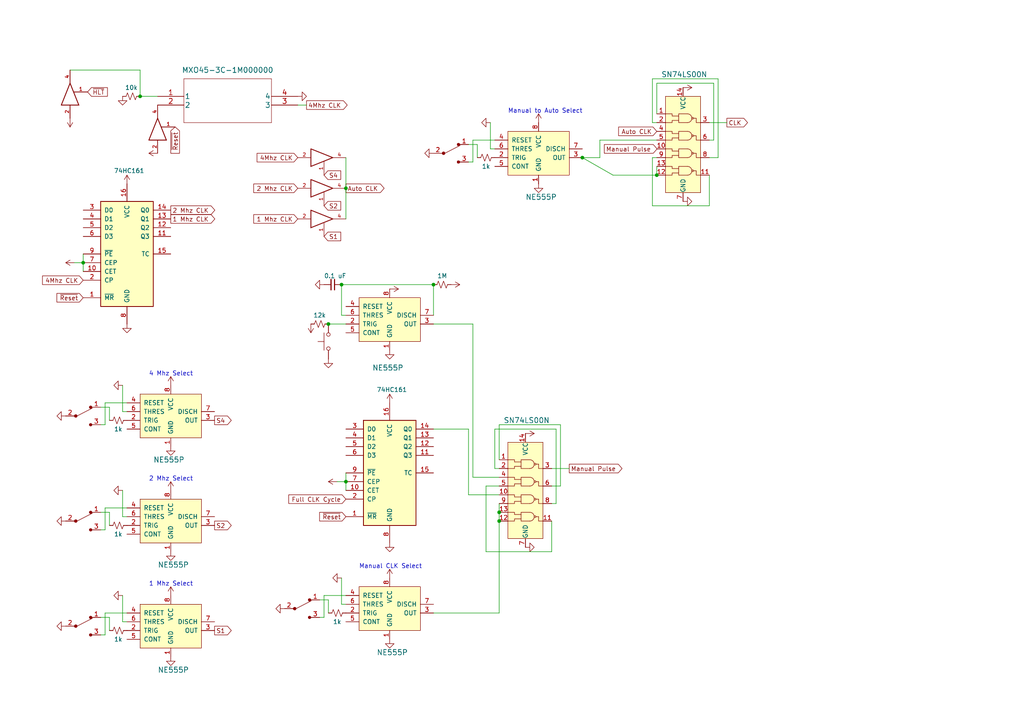
<source format=kicad_sch>
(kicad_sch (version 20211123) (generator eeschema)
  (paper "A4")
  (lib_symbols
    (symbol "74xGxx:74AHC1G126" (pin_names (offset 1.016))
      (property "Reference" "U" (at -2.54 3.81 0))
      (property "Value" "74AHC1G126" (at 0 -3.81 0))
      (symbol "74AHC1G126_0_1"
        (polyline (pts (xy -3.81 2.54) (xy -3.81 -2.54) (xy 2.54 0) (xy -3.81 2.54)) (stroke (width 0.254)))
      )
      (symbol "74AHC1G126_1_1"
        (pin input line (at 0 5.08 270) (length 3.937) (name "~") (number "1"))
        (pin input line (at -7.62 0 0) (length 3.81) (name "~") (number "2"))
        (pin power_in line (at 1.27 -1.27 270) (length 0) hide (name "GND") (number "3"))
        (pin tri_state line (at 6.35 0 180) (length 3.81) (name "~") (number "4"))
        (pin power_in line (at 1.27 1.27 90) (length 0) hide (name "VCC") (number "5"))
      )
    )
    (symbol "74xx:74LS161" (pin_names (offset 1.016))
      (property "Reference" "U" (at -7.62 16.51 0))
      (property "Value" "74LS161" (at -7.62 -16.51 0))
      (symbol "74LS161_1_0"
        (pin input line (at -12.7 -12.7 0) (length 5.08) (name "~{MR}") (number "1"))
        (pin input line (at -12.7 -5.08 0) (length 5.08) (name "CET") (number "10"))
        (pin output line (at 12.7 5.08 180) (length 5.08) (name "Q3") (number "11"))
        (pin output line (at 12.7 7.62 180) (length 5.08) (name "Q2") (number "12"))
        (pin output line (at 12.7 10.16 180) (length 5.08) (name "Q1") (number "13"))
        (pin output line (at 12.7 12.7 180) (length 5.08) (name "Q0") (number "14"))
        (pin output line (at 12.7 0 180) (length 5.08) (name "TC") (number "15"))
        (pin power_in line (at 0 20.32 270) (length 5.08) (name "VCC") (number "16"))
        (pin input line (at -12.7 -7.62 0) (length 5.08) (name "CP") (number "2"))
        (pin input line (at -12.7 12.7 0) (length 5.08) (name "D0") (number "3"))
        (pin input line (at -12.7 10.16 0) (length 5.08) (name "D1") (number "4"))
        (pin input line (at -12.7 7.62 0) (length 5.08) (name "D2") (number "5"))
        (pin input line (at -12.7 5.08 0) (length 5.08) (name "D3") (number "6"))
        (pin input line (at -12.7 -2.54 0) (length 5.08) (name "CEP") (number "7"))
        (pin power_in line (at 0 -20.32 90) (length 5.08) (name "GND") (number "8"))
        (pin input line (at -12.7 0 0) (length 5.08) (name "~{PE}") (number "9"))
      )
      (symbol "74LS161_1_1"
        (rectangle (start -7.62 15.24) (end 7.62 -15.24) (stroke (width 0.254)) (fill (type background)))
      )
    )
    (symbol "Device:C_Small" (pin_numbers hide) (pin_names (offset 0.254) hide)
      (property "Reference" "C" (at 0.254 1.778 0))
      (property "Value" "C_Small" (at 0.254 -2.032 0))
      (symbol "C_Small_0_1"
        (polyline (pts (xy -1.524 -0.508) (xy 1.524 -0.508)) (stroke (width 0.3302)))
        (polyline (pts (xy -1.524 0.508) (xy 1.524 0.508)) (stroke (width 0.3048)))
      )
      (symbol "C_Small_1_1"
        (pin passive line (at 0 2.54 270) (length 2.032) (name "~") (number "1"))
        (pin passive line (at 0 -2.54 90) (length 2.032) (name "~") (number "2"))
      )
    )
    (symbol "Device:R_Small_US" (pin_numbers hide) (pin_names (offset 0.254) hide)
      (property "Reference" "R" (at 0.762 0.508 0))
      (property "Value" "R_Small_US" (at 0.762 -1.016 0))
      (symbol "R_Small_US_1_1"
        (polyline (pts (xy 0 0) (xy 1.016 -0.381) (xy 0 -0.762) (xy -1.016 -1.143) (xy 0 -1.524)))
        (polyline (pts (xy 0 1.524) (xy 1.016 1.143) (xy 0 0.762) (xy -1.016 0.381) (xy 0 0)))
        (pin passive line (at 0 2.54 270) (length 1.016) (name "~") (number "1"))
        (pin passive line (at 0 -2.54 90) (length 1.016) (name "~") (number "2"))
      )
    )
    (symbol "MXO45-3C-4M000000:MXO45-3C-1M000000" (pin_names (offset 0.254))
      (property "Reference" "U" (at 20.32 10.16 0))
      (property "Value" "MXO45-3C-1M000000" (at 20.32 7.62 0))
      (symbol "MXO45-3C-1M000000_1_1"
        (polyline (pts (xy 7.62 -7.62) (xy 33.02 -7.62)) (stroke (width 0.127)))
        (polyline (pts (xy 7.62 5.08) (xy 7.62 -7.62)) (stroke (width 0.127)))
        (polyline (pts (xy 33.02 -7.62) (xy 33.02 5.08)) (stroke (width 0.127)))
        (polyline (pts (xy 33.02 5.08) (xy 7.62 5.08)) (stroke (width 0.127)))
        (pin unspecified line (at 0 0 0) (length 7.62) (name "1") (number "1"))
        (pin unspecified line (at 0 -2.54 0) (length 7.62) (name "2") (number "2"))
        (pin unspecified line (at 40.64 -2.54 180) (length 7.62) (name "3") (number "3"))
        (pin unspecified line (at 40.64 0 180) (length 7.62) (name "4") (number "4"))
      )
    )
    (symbol "Switch:SW_Push" (pin_numbers hide) (pin_names (offset 1.016) hide)
      (property "Reference" "SW" (at 1.27 2.54 0))
      (property "Value" "SW_Push" (at 0 -1.524 0))
      (symbol "SW_Push_0_1"
        (circle (center -2.032 0) (radius 0.508))
        (polyline (pts (xy 0 1.27) (xy 0 3.048)))
        (polyline (pts (xy 2.54 1.27) (xy -2.54 1.27)))
        (circle (center 2.032 0) (radius 0.508))
        (pin passive line (at -5.08 0 0) (length 2.54) (name "1") (number "1"))
        (pin passive line (at 5.08 0 180) (length 2.54) (name "2") (number "2"))
      )
    )
    (symbol "dk_Clock-Timing-Programmable-Timers-and-Oscillators:NE555P" (pin_names (offset 1.016))
      (property "Reference" "U" (at -8.89 6.35 0))
      (property "Value" "NE555P" (at 1.27 -8.89 0))
      (symbol "NE555P_0_1"
        (rectangle (start -8.89 5.08) (end 8.89 -7.62) (fill (type background)))
      )
      (symbol "NE555P_1_1"
        (pin power_in line (at 0 -10.16 90) (length 2.54) (name "GND") (number "1"))
        (pin input line (at -12.7 -2.54 0) (length 3.81) (name "TRIG") (number "2"))
        (pin output line (at 12.7 -2.54 180) (length 3.81) (name "OUT") (number "3"))
        (pin input line (at -12.7 2.54 0) (length 3.81) (name "RESET") (number "4"))
        (pin bidirectional line (at -12.7 -5.08 0) (length 3.81) (name "CONT") (number "5"))
        (pin input line (at -12.7 0 0) (length 3.81) (name "THRES") (number "6"))
        (pin output line (at 12.7 0 180) (length 3.81) (name "DISCH") (number "7"))
        (pin power_in line (at 0 7.62 270) (length 2.54) (name "VCC") (number "8"))
      )
    )
    (symbol "dk_Logic-Gates-and-Inverters:SN74LS00N" (pin_names (offset 0.0254))
      (property "Value" "SN74LS00N" (at -0.5206 11.43 0))
      (symbol "SN74LS00N_0_1"
        (rectangle (start -7.62 10.16) (end 2.54 -17.78) (fill (type background)))
        (arc (start -1.27 -12.7) (mid 0 -11.43) (end -1.27 -10.16))
        (arc (start -1.27 -7.62) (mid 0 -6.35) (end -1.27 -5.08))
        (arc (start -1.27 -2.54) (mid 0 -1.27) (end -1.27 0))
        (arc (start -1.27 2.54) (mid 0 3.81) (end -1.27 5.08))
        (polyline (pts (xy 0.508 -11.43) (xy 1.27 -11.43)))
        (polyline (pts (xy 0.508 3.81) (xy 1.27 3.81)))
        (polyline (pts (xy 1.27 -6.35) (xy 0.508 -6.35)))
        (polyline (pts (xy 1.27 -1.27) (xy 0.508 -1.27)))
        (polyline (pts (xy 1.27 -11.43) (xy 1.27 -12.7) (xy 2.54 -12.7)))
        (polyline (pts (xy 1.27 -6.35) (xy 1.27 -7.62) (xy 2.54 -7.62)))
        (polyline (pts (xy 1.27 -1.27) (xy 1.27 -2.54) (xy 2.54 -2.54)))
        (polyline (pts (xy 1.27 3.81) (xy 1.27 2.54) (xy 2.54 2.54)))
        (polyline (pts (xy -7.62 -12.7) (xy -5.715 -12.7) (xy -5.715 -12.065) (xy -3.81 -12.065)))
        (polyline (pts (xy -7.62 -7.62) (xy -5.715 -7.62) (xy -5.715 -6.985) (xy -3.81 -6.985)))
        (polyline (pts (xy -7.62 -2.54) (xy -5.715 -2.54) (xy -5.715 -1.905) (xy -3.81 -1.905)))
        (polyline (pts (xy -3.81 -10.795) (xy -5.715 -10.795) (xy -5.715 -10.16) (xy -7.62 -10.16)))
        (polyline (pts (xy -3.81 -5.715) (xy -5.715 -5.715) (xy -5.715 -5.08) (xy -7.62 -5.08)))
        (polyline (pts (xy -3.81 -0.635) (xy -5.715 -0.635) (xy -5.715 0) (xy -7.62 0)))
        (polyline (pts (xy -3.81 3.175) (xy -5.715 3.175) (xy -5.715 2.54) (xy -7.62 2.54)))
        (polyline (pts (xy -3.81 4.445) (xy -5.715 4.445) (xy -5.715 5.08) (xy -7.62 5.08)))
        (polyline (pts (xy -1.27 -10.16) (xy -3.81 -10.16) (xy -3.81 -12.7) (xy -1.27 -12.7)))
        (polyline (pts (xy -1.27 -5.08) (xy -3.81 -5.08) (xy -3.81 -7.62) (xy -1.27 -7.62)))
        (polyline (pts (xy -1.27 0) (xy -3.81 0) (xy -3.81 -2.54) (xy -1.27 -2.54)))
        (polyline (pts (xy -1.27 5.08) (xy -3.81 5.08) (xy -3.81 2.54) (xy -1.27 2.54)))
        (circle (center 0.254 -11.43) (radius 0.254))
        (circle (center 0.254 -6.35) (radius 0.254))
        (circle (center 0.254 -1.27) (radius 0.254))
        (circle (center 0.254 3.81) (radius 0.254))
      )
      (symbol "SN74LS00N_1_1"
        (pin input line (at -10.16 5.08 0) (length 2.54) (name "") (number "1"))
        (pin input line (at -10.16 -5.08 0) (length 2.54) (name "") (number "10"))
        (pin output line (at 5.08 -12.7 180) (length 2.54) (name "") (number "11"))
        (pin input line (at -10.16 -12.7 0) (length 2.54) (name "") (number "12"))
        (pin input line (at -10.16 -10.16 0) (length 2.54) (name "") (number "13"))
        (pin power_in line (at -2.54 12.7 270) (length 2.54) (name "VCC") (number "14"))
        (pin input line (at -10.16 2.54 0) (length 2.54) (name "") (number "2"))
        (pin output line (at 5.08 2.54 180) (length 2.54) (name "") (number "3"))
        (pin input line (at -10.16 0 0) (length 2.54) (name "") (number "4"))
        (pin input line (at -10.16 -2.54 0) (length 2.54) (name "") (number "5"))
        (pin output line (at 5.08 -2.54 180) (length 2.54) (name "") (number "6"))
        (pin power_in line (at -2.54 -20.32 90) (length 2.54) (name "GND") (number "7"))
        (pin output line (at 5.08 -7.62 180) (length 2.54) (name "") (number "8"))
        (pin input line (at -10.16 -7.62 0) (length 2.54) (name "") (number "9"))
      )
    )
    (symbol "dk_Toggle-Switches:ATE1D-2M3-10-Z" (pin_names (offset 0) hide)
      (property "Reference" "S" (at -3.302 2.921 0))
      (property "Value" "ATE1D-2M3-10-Z" (at 0.127 -5.334 0))
      (symbol "ATE1D-2M3-10-Z_0_1"
        (circle (center -2.159 0) (radius 0.4064) (fill (type outline)))
        (polyline (pts (xy 2.667 2.286) (xy -1.778 0)))
        (circle (center 2.159 -2.54) (radius 0.381) (fill (type outline)))
        (circle (center 2.159 2.54) (radius 0.381) (fill (type outline)))
      )
      (symbol "ATE1D-2M3-10-Z_1_1"
        (pin passive line (at 5.08 2.54 180) (length 2.54) (name "~") (number "1"))
        (pin passive line (at -5.08 0 0) (length 2.54) (name "Com") (number "2"))
        (pin passive line (at 5.08 -2.54 180) (length 2.54) (name "~") (number "3"))
      )
    )
    (symbol "power:+5V" (power) (pin_names (offset 0))
      (property "Value" "+5V" (at 0 3.556 0))
      (symbol "+5V_0_1"
        (polyline (pts (xy -0.762 1.27) (xy 0 2.54)))
        (polyline (pts (xy 0 0) (xy 0 2.54)))
        (polyline (pts (xy 0 2.54) (xy 0.762 1.27)))
      )
      (symbol "+5V_1_1"
        (pin power_in line (at 0 0 90) (length 0) hide (name "+5V") (number "1"))
      )
    )
    (symbol "power:GND" (power) (pin_names (offset 0))
      (property "Value" "GND" (at 0 -3.81 0))
      (symbol "GND_0_1"
        (polyline (pts (xy 0 0) (xy 0 -1.27) (xy 1.27 -1.27) (xy 0 -2.54) (xy -1.27 -1.27) (xy 0 -1.27)))
      )
      (symbol "GND_1_1"
        (pin power_in line (at 0 0 270) (length 0) hide (name "GND") (number "1"))
      )
    )
  )
  (junction (at 24.13 76.2))
  (junction (at 190.5 50.8))
  (junction (at 99.06 82.55))
  (junction (at 100.33 139.7))
  (junction (at 95.25 93.98))
  (junction (at 144.78 151.13))
  (junction (at 125.73 82.55))
  (junction (at 40.64 27.94))
  (junction (at 100.33 54.61))
  (junction (at 144.78 148.59))
  (junction (at 168.91 45.72))
  (wire (pts (xy 30.48 116.84) (xy 36.83 116.84)))
  (wire (pts (xy 138.43 41.91) (xy 135.89 41.91)))
  (wire (pts (xy 31.75 121.92) (xy 31.75 118.11)))
  (wire (pts (xy 30.48 177.8) (xy 36.83 177.8)))
  (wire (pts (xy 31.75 152.4) (xy 31.75 148.59)))
  (wire (pts (xy 29.21 184.15) (xy 30.48 184.15)))
  (wire (pts (xy 30.48 116.84) (xy 30.48 123.19)))
  (wire (pts (xy 173.99 45.72) (xy 173.99 40.64)))
  (wire (pts (xy 29.21 123.19) (xy 30.48 123.19)))
  (wire (pts (xy 137.16 40.64) (xy 137.16 46.99)))
  (wire (pts (xy 35.56 149.86) (xy 36.83 149.86)))
  (wire (pts (xy 142.24 43.18) (xy 143.51 43.18)))
  (wire (pts (xy 168.91 45.72) (xy 173.99 45.72)))
  (wire (pts (xy 35.56 119.38) (xy 36.83 119.38)))
  (wire (pts (xy 162.56 140.97) (xy 162.56 123.19)))
  (wire (pts (xy 40.64 20.32) (xy 40.64 27.94)))
  (wire (pts (xy 21.59 76.2) (xy 24.13 76.2)))
  (wire (pts (xy 35.56 180.34) (xy 36.83 180.34)))
  (wire (pts (xy 95.25 177.8) (xy 95.25 173.99)))
  (wire (pts (xy 24.13 76.2) (xy 24.13 78.74)))
  (wire (pts (xy 142.24 35.56) (xy 142.24 43.18)))
  (wire (pts (xy 99.06 82.55) (xy 99.06 91.44)))
  (wire (pts (xy 160.02 151.13) (xy 160.02 160.02)))
  (wire (pts (xy 168.91 45.72) (xy 177.8 50.8)))
  (wire (pts (xy 99.06 82.55) (xy 125.73 82.55)))
  (wire (pts (xy 100.33 54.61) (xy 100.33 63.5)))
  (wire (pts (xy 137.16 138.43) (xy 144.78 138.43)))
  (wire (pts (xy 135.89 124.46) (xy 135.89 143.51)))
  (wire (pts (xy 137.16 40.64) (xy 143.51 40.64)))
  (wire (pts (xy 143.51 124.46) (xy 143.51 135.89)))
  (wire (pts (xy 31.75 182.88) (xy 31.75 179.07)))
  (wire (pts (xy 35.56 172.72) (xy 35.56 180.34)))
  (wire (pts (xy 92.71 179.07) (xy 93.98 179.07)))
  (wire (pts (xy 40.64 27.94) (xy 45.72 27.94)))
  (wire (pts (xy 160.02 135.89) (xy 165.1 135.89)))
  (wire (pts (xy 35.56 142.24) (xy 35.56 149.86)))
  (wire (pts (xy 160.02 146.05) (xy 161.29 146.05)))
  (wire (pts (xy 125.73 177.8) (xy 144.78 177.8)))
  (wire (pts (xy 189.23 45.72) (xy 190.5 45.72)))
  (wire (pts (xy 30.48 147.32) (xy 36.83 147.32)))
  (wire (pts (xy 30.48 177.8) (xy 30.48 184.15)))
  (wire (pts (xy 189.23 22.86) (xy 189.23 35.56)))
  (wire (pts (xy 160.02 160.02) (xy 140.97 160.02)))
  (wire (pts (xy 99.06 175.26) (xy 100.33 175.26)))
  (wire (pts (xy 161.29 146.05) (xy 161.29 124.46)))
  (wire (pts (xy 138.43 45.72) (xy 138.43 41.91)))
  (wire (pts (xy 205.74 35.56) (xy 210.82 35.56)))
  (wire (pts (xy 205.74 50.8) (xy 205.74 59.69)))
  (wire (pts (xy 35.56 111.76) (xy 35.56 119.38)))
  (wire (pts (xy 205.74 40.64) (xy 207.01 40.64)))
  (wire (pts (xy 31.75 179.07) (xy 29.21 179.07)))
  (wire (pts (xy 135.89 143.51) (xy 144.78 143.51)))
  (wire (pts (xy 143.51 135.89) (xy 144.78 135.89)))
  (wire (pts (xy 95.25 173.99) (xy 92.71 173.99)))
  (wire (pts (xy 140.97 140.97) (xy 144.78 140.97)))
  (wire (pts (xy 177.8 50.8) (xy 190.5 50.8)))
  (wire (pts (xy 207.01 40.64) (xy 207.01 24.13)))
  (wire (pts (xy 99.06 91.44) (xy 100.33 91.44)))
  (wire (pts (xy 190.5 24.13) (xy 190.5 33.02)))
  (wire (pts (xy 97.79 139.7) (xy 100.33 139.7)))
  (wire (pts (xy 137.16 138.43) (xy 137.16 93.98)))
  (wire (pts (xy 144.78 123.19) (xy 144.78 133.35)))
  (wire (pts (xy 20.32 20.32) (xy 40.64 20.32)))
  (wire (pts (xy 30.48 147.32) (xy 30.48 153.67)))
  (wire (pts (xy 205.74 59.69) (xy 189.23 59.69)))
  (wire (pts (xy 24.13 73.66) (xy 24.13 76.2)))
  (wire (pts (xy 93.98 172.72) (xy 100.33 172.72)))
  (wire (pts (xy 208.28 22.86) (xy 189.23 22.86)))
  (wire (pts (xy 144.78 148.59) (xy 144.78 151.13)))
  (wire (pts (xy 100.33 137.16) (xy 100.33 139.7)))
  (wire (pts (xy 125.73 124.46) (xy 135.89 124.46)))
  (wire (pts (xy 189.23 35.56) (xy 190.5 35.56)))
  (wire (pts (xy 189.23 59.69) (xy 189.23 45.72)))
  (wire (pts (xy 99.06 167.64) (xy 99.06 175.26)))
  (wire (pts (xy 190.5 48.26) (xy 190.5 50.8)))
  (wire (pts (xy 205.74 45.72) (xy 208.28 45.72)))
  (wire (pts (xy 93.98 172.72) (xy 93.98 179.07)))
  (wire (pts (xy 161.29 124.46) (xy 143.51 124.46)))
  (wire (pts (xy 29.21 153.67) (xy 30.48 153.67)))
  (wire (pts (xy 137.16 93.98) (xy 125.73 93.98)))
  (wire (pts (xy 100.33 139.7) (xy 100.33 142.24)))
  (wire (pts (xy 88.9 30.48) (xy 86.36 30.48)))
  (wire (pts (xy 208.28 45.72) (xy 208.28 22.86)))
  (wire (pts (xy 144.78 177.8) (xy 144.78 151.13)))
  (wire (pts (xy 160.02 140.97) (xy 162.56 140.97)))
  (wire (pts (xy 31.75 118.11) (xy 29.21 118.11)))
  (wire (pts (xy 100.33 45.72) (xy 100.33 54.61)))
  (wire (pts (xy 140.97 160.02) (xy 140.97 140.97)))
  (wire (pts (xy 144.78 146.05) (xy 144.78 148.59)))
  (wire (pts (xy 162.56 123.19) (xy 144.78 123.19)))
  (wire (pts (xy 31.75 148.59) (xy 29.21 148.59)))
  (wire (pts (xy 95.25 93.98) (xy 100.33 93.98)))
  (wire (pts (xy 135.89 46.99) (xy 137.16 46.99)))
  (wire (pts (xy 173.99 40.64) (xy 190.5 40.64)))
  (wire (pts (xy 125.73 82.55) (xy 125.73 91.44)))
  (wire (pts (xy 207.01 24.13) (xy 190.5 24.13)))
  (text "1 Mhz Select" (at 43.18 170.18 0) (effects (font (size 1.27 1.27)) (justify left bottom)))
  (text "Manual CLK Select" (at 104.14 165.1 0) (effects (font (size 1.27 1.27)) (justify left bottom)))
  (text "2 Mhz Select" (at 43.18 139.7 0) (effects (font (size 1.27 1.27)) (justify left bottom)))
  (text "Manual to Auto Select" (at 147.32 33.02 0) (effects (font (size 1.27 1.27)) (justify left bottom)))
  (text "4 Mhz Select" (at 43.18 109.22 0) (effects (font (size 1.27 1.27)) (justify left bottom)))
  (global_label "4Mhz CLK" (shape input) (at 86.36 45.72 180) (property "Intersheet References" "${INTERSHEET_REFS}" (effects hide)))
  (global_label "~{Reset}" (shape input) (at 24.13 86.36 180) (property "Intersheet References" "${INTERSHEET_REFS}" (effects hide)))
  (global_label "4Mhz CLK" (shape output) (at 88.9 30.48 0) (property "Intersheet References" "${INTERSHEET_REFS}" (effects hide)))
  (global_label "CLK" (shape output) (at 210.82 35.56 0) (property "Intersheet References" "${INTERSHEET_REFS}" (effects hide)))
  (global_label "Manual Pulse" (shape output) (at 175.26 43.18 0) (property "Intersheet References" "${INTERSHEET_REFS}" (effects hide)))
  (global_label "Full CLK Cycle" (shape input) (at 100.33 144.78 180) (property "Intersheet References" "${INTERSHEET_REFS}" (effects hide)))
  (global_label "S2" (shape output) (at 62.23 152.4 0) (property "Intersheet References" "${INTERSHEET_REFS}" (effects hide)))
  (global_label "Auto CLK" (shape input) (at 190.5 38.1 180) (property "Intersheet References" "${INTERSHEET_REFS}" (effects hide)))
  (global_label "4Mhz CLK" (shape input) (at 24.13 81.28 180) (property "Intersheet References" "${INTERSHEET_REFS}" (effects hide)))
  (global_label "Manual Pulse" (shape output) (at 165.1 135.89 0) (property "Intersheet References" "${INTERSHEET_REFS}" (effects hide)))
  (global_label "~{Reset}" (shape input) (at 100.33 149.86 180) (property "Intersheet References" "${INTERSHEET_REFS}" (effects hide)))
  (global_label "2 Mhz CLK" (shape input) (at 86.36 54.61 180) (property "Intersheet References" "${INTERSHEET_REFS}" (effects hide)))
  (global_label "S4" (shape output) (at 62.23 121.92 0) (property "Intersheet References" "${INTERSHEET_REFS}" (effects hide)))
  (global_label "S2" (shape input) (at 93.98 59.69 0) (property "Intersheet References" "${INTERSHEET_REFS}" (effects hide)))
  (global_label "1 Mhz CLK" (shape input) (at 86.36 63.5 180) (property "Intersheet References" "${INTERSHEET_REFS}" (effects hide)))
  (global_label "~{HLT}" (shape input) (at 25.4 26.67 0) (property "Intersheet References" "${INTERSHEET_REFS}" (effects hide)))
  (global_label "S4" (shape input) (at 93.98 50.8 0) (property "Intersheet References" "${INTERSHEET_REFS}" (effects hide)))
  (global_label "S1" (shape output) (at 62.23 182.88 0) (property "Intersheet References" "${INTERSHEET_REFS}" (effects hide)))
  (global_label "2 Mhz CLK" (shape output) (at 49.53 60.96 0) (property "Intersheet References" "${INTERSHEET_REFS}" (effects hide)))
  (global_label "~{Reset}" (shape input) (at 50.8 36.83 270) (property "Intersheet References" "${INTERSHEET_REFS}" (effects hide)))
  (global_label "1 Mhz CLK" (shape output) (at 49.53 63.5 0) (property "Intersheet References" "${INTERSHEET_REFS}" (effects hide)))
  (global_label "Auto CLK" (shape output) (at 100.33 54.61 0) (property "Intersheet References" "${INTERSHEET_REFS}" (effects hide)))
  (global_label "S1" (shape input) (at 93.98 68.58 0) (property "Intersheet References" "${INTERSHEET_REFS}" (effects hide)))
  (symbol (lib_id "power:GND") (at 19.05 120.65 270) (unit 1)
    (property "Reference" "#PWR?" (effects hide))
    (property "Value" "GND" (effects hide))
  )
  (symbol (lib_id "power:GND") (at 35.56 111.76 270) (unit 1)
    (property "Reference" "#PWR?" (effects hide))
    (property "Value" "GND" (effects hide))
  )
  (symbol (lib_id "power:GND") (at 19.05 181.61 270) (unit 1)
    (property "Reference" "#PWR?" (effects hide))
    (property "Value" "GND" (effects hide))
  )
  (symbol (lib_id "dk_Toggle-Switches:ATE1D-2M3-10-Z") (at 24.13 151.13 0) (unit 1)
    (property "Reference" "S2" (effects hide))
    (property "Value" "TS" (effects hide))
    (property "Footprint" "digikey-footprints:Switch_Toggle_ATE1D-2M3-10-Z" (effects hide))
    (property "Datasheet" "https://www.nidec-copal-electronics.com/e/catalog/switch/ate.pdf" (effects hide))
    (property "Digi-Key_PN" "563-1157-ND" (effects hide))
    (property "MPN" "ATE1D-2M3-10-Z" (effects hide))
    (property "Category" "Switches" (effects hide))
    (property "Family" "Toggle Switches" (effects hide))
    (property "DK_Datasheet_Link" "https://www.nidec-copal-electronics.com/e/catalog/switch/ate.pdf" (effects hide))
    (property "DK_Detail_Page" "/product-detail/en/nidec-copal-electronics/ATE1D-2M3-10-Z/563-1157-ND/1792018" (effects hide))
    (property "Description" "SWITCH TOGGLE SPDT 50MA 48V" (effects hide))
    (property "Manufacturer" "Nidec Copal Electronics" (effects hide))
    (property "Status" "Active" (effects hide))
  )
  (symbol (lib_id "74xx:74LS161") (at 36.83 73.66 0) (unit 1)
    (property "Reference" "U2" (effects hide))
    (property "Value" "74HC161" (at 33.02 49.53 0) (effects (justify left)))
    (property "Footprint" "Package_DIP:DIP-16_W7.62mm" (effects hide))
    (property "Datasheet" "http://www.ti.com/lit/gpn/sn74LS161" (effects hide))
  )
  (symbol (lib_id "dk_Clock-Timing-Programmable-Timers-and-Oscillators:NE555P") (at 49.53 119.38 0) (unit 1)
    (property "Reference" "U4" (effects hide))
    (property "Value" "NE555P" (at 44.45 133.35 0) (effects (font (size 1.524 1.524)) (justify left)))
    (property "Footprint" "digikey-footprints:DIP-8_W7.62mm" (effects hide))
    (property "Datasheet" "http://www.ti.com/general/docs/suppproductinfo.tsp?distId=10&gotoUrl=http%3A%2F%2Fwww.ti.com%2Flit%2Fgpn%2Fne555" (effects hide))
    (property "Digi-Key_PN" "296-1411-5-ND" (effects hide))
    (property "MPN" "NE555P" (effects hide))
    (property "Category" "Integrated Circuits (ICs)" (effects hide))
    (property "Family" "Clock/Timing - Programmable Timers and Oscillators" (effects hide))
    (property "DK_Datasheet_Link" "http://www.ti.com/general/docs/suppproductinfo.tsp?distId=10&gotoUrl=http%3A%2F%2Fwww.ti.com%2Flit%2Fgpn%2Fne555" (effects hide))
    (property "DK_Detail_Page" "/product-detail/en/texas-instruments/NE555P/296-1411-5-ND/277057" (effects hide))
    (property "Description" "IC OSC SINGLE TIMER 100KHZ 8-DIP" (effects hide))
    (property "Manufacturer" "Texas Instruments" (effects hide))
    (property "Status" "Active" (effects hide))
  )
  (symbol (lib_id "power:GND") (at 35.56 142.24 270) (unit 1)
    (property "Reference" "#PWR?" (effects hide))
    (property "Value" "GND" (effects hide))
  )
  (symbol (lib_id "power:+5V") (at 113.03 83.82 270) (mirror x) (unit 1)
    (property "Reference" "#PWR?" (effects hide))
    (property "Value" "+5V" (effects hide))
  )
  (symbol (lib_id "power:GND") (at 125.73 44.45 270) (unit 1)
    (property "Reference" "#PWR?" (effects hide))
    (property "Value" "GND" (effects hide))
  )
  (symbol (lib_id "power:+5V") (at 49.53 142.24 0) (mirror y) (unit 1)
    (property "Reference" "#PWR?" (effects hide))
    (property "Value" "+5V" (effects hide))
  )
  (symbol (lib_id "dk_Toggle-Switches:ATE1D-2M3-10-Z") (at 24.13 181.61 0) (unit 1)
    (property "Reference" "S1" (effects hide))
    (property "Value" "TS" (effects hide))
    (property "Footprint" "digikey-footprints:Switch_Toggle_ATE1D-2M3-10-Z" (effects hide))
    (property "Datasheet" "https://www.nidec-copal-electronics.com/e/catalog/switch/ate.pdf" (effects hide))
    (property "Digi-Key_PN" "563-1157-ND" (effects hide))
    (property "MPN" "ATE1D-2M3-10-Z" (effects hide))
    (property "Category" "Switches" (effects hide))
    (property "Family" "Toggle Switches" (effects hide))
    (property "DK_Datasheet_Link" "https://www.nidec-copal-electronics.com/e/catalog/switch/ate.pdf" (effects hide))
    (property "DK_Detail_Page" "/product-detail/en/nidec-copal-electronics/ATE1D-2M3-10-Z/563-1157-ND/1792018" (effects hide))
    (property "Description" "SWITCH TOGGLE SPDT 50MA 48V" (effects hide))
    (property "Manufacturer" "Nidec Copal Electronics" (effects hide))
    (property "Status" "Active" (effects hide))
  )
  (symbol (lib_id "power:+5V") (at 198.12 25.4 270) (unit 1)
    (property "Reference" "#PWR?" (effects hide))
    (property "Value" "+5V" (effects hide))
  )
  (symbol (lib_id "dk_Clock-Timing-Programmable-Timers-and-Oscillators:NE555P") (at 49.53 149.86 0) (unit 1)
    (property "Reference" "U2" (effects hide))
    (property "Value" "NE555P" (at 45.72 163.83 0) (effects (font (size 1.524 1.524)) (justify left)))
    (property "Footprint" "digikey-footprints:DIP-8_W7.62mm" (effects hide))
    (property "Datasheet" "http://www.ti.com/general/docs/suppproductinfo.tsp?distId=10&gotoUrl=http%3A%2F%2Fwww.ti.com%2Flit%2Fgpn%2Fne555" (effects hide))
    (property "Digi-Key_PN" "296-1411-5-ND" (effects hide))
    (property "MPN" "NE555P" (effects hide))
    (property "Category" "Integrated Circuits (ICs)" (effects hide))
    (property "Family" "Clock/Timing - Programmable Timers and Oscillators" (effects hide))
    (property "DK_Datasheet_Link" "http://www.ti.com/general/docs/suppproductinfo.tsp?distId=10&gotoUrl=http%3A%2F%2Fwww.ti.com%2Flit%2Fgpn%2Fne555" (effects hide))
    (property "DK_Detail_Page" "/product-detail/en/texas-instruments/NE555P/296-1411-5-ND/277057" (effects hide))
    (property "Description" "IC OSC SINGLE TIMER 100KHZ 8-DIP" (effects hide))
    (property "Manufacturer" "Texas Instruments" (effects hide))
    (property "Status" "Active" (effects hide))
  )
  (symbol (lib_id "power:+5V") (at 49.53 172.72 0) (mirror y) (unit 1)
    (property "Reference" "#PWR?" (effects hide))
    (property "Value" "+5V" (effects hide))
  )
  (symbol (lib_id "power:+5V") (at 97.79 139.7 90) (unit 1)
    (property "Reference" "#PWR?" (effects hide))
    (property "Value" "+5V" (effects hide))
  )
  (symbol (lib_id "Device:C_Small") (at 96.52 82.55 270) (unit 1)
    (property "Reference" "C?" (effects hide))
    (property "Value" "0.1 uF" (at 93.98 80.01 90) (effects (justify left)))
  )
  (symbol (lib_id "power:GND") (at 198.12 58.42 90) (mirror x) (unit 1)
    (property "Reference" "#PWR?" (effects hide))
    (property "Value" "GND" (effects hide))
  )
  (symbol (lib_id "power:GND") (at 36.83 93.98 0) (unit 1)
    (property "Reference" "#PWR0105" (effects hide))
    (property "Value" "GND" (effects hide))
  )
  (symbol (lib_id "power:+5V") (at 152.4 125.73 270) (unit 1)
    (property "Reference" "#PWR?" (effects hide))
    (property "Value" "+5V" (effects hide))
  )
  (symbol (lib_id "power:GND") (at 113.03 157.48 0) (unit 1)
    (property "Reference" "#PWR?" (effects hide))
    (property "Value" "GND" (effects hide))
  )
  (symbol (lib_id "power:GND") (at 86.36 27.94 90) (unit 1)
    (property "Reference" "#PWR0101" (effects hide))
    (property "Value" "GND" (effects hide))
  )
  (symbol (lib_id "Device:R_Small_US") (at 128.27 82.55 270) (unit 1)
    (property "Reference" "R?" (effects hide))
    (property "Value" "1M" (at 128.27 80.01 90))
  )
  (symbol (lib_id "power:+5V") (at 49.53 111.76 0) (mirror y) (unit 1)
    (property "Reference" "#PWR?" (effects hide))
    (property "Value" "+5V" (effects hide))
  )
  (symbol (lib_id "dk_Logic-Gates-and-Inverters:SN74LS00N") (at 154.94 138.43 0) (unit 1)
    (property "Reference" "U?" (effects hide))
    (property "Value" "SN74LS00N" (at 146.05 121.92 0) (effects (font (size 1.524 1.524)) (justify left)))
    (property "Footprint" "digikey-footprints:DIP-14_W3mm" (effects hide))
    (property "Datasheet" "http://www.ti.com/general/docs/suppproductinfo.tsp?distId=10&gotoUrl=http%3A%2F%2Fwww.ti.com%2Flit%2Fgpn%2Fsn7400" (effects hide))
    (property "Digi-Key_PN" "296-1626-ND" (effects hide))
    (property "MPN" "SN74LS00N" (effects hide))
    (property "Category" "Integrated Circuits (ICs)" (effects hide))
    (property "Family" "Logic - Gates and Inverters" (effects hide))
    (property "DK_Datasheet_Link" "http://www.ti.com/general/docs/suppproductinfo.tsp?distId=10&gotoUrl=http%3A%2F%2Fwww.ti.com%2Flit%2Fgpn%2Fsn7400" (effects hide))
    (property "DK_Detail_Page" "/product-detail/en/texas-instruments/SN74LS00N/296-1626-ND/277272" (effects hide))
    (property "Description" "IC GATE NAND 4CH 2-INP 14DIP" (effects hide))
    (property "Manufacturer" "Texas Instruments" (effects hide))
    (property "Status" "Active" (effects hide))
  )
  (symbol (lib_id "power:+5V") (at 113.03 116.84 0) (unit 1)
    (property "Reference" "#PWR?" (effects hide))
    (property "Value" "+5V" (effects hide))
  )
  (symbol (lib_id "power:GND") (at 156.21 53.34 0) (unit 1)
    (property "Reference" "#PWR?" (effects hide))
    (property "Value" "GND" (effects hide))
  )
  (symbol (lib_id "dk_Clock-Timing-Programmable-Timers-and-Oscillators:NE555P") (at 156.21 43.18 0) (unit 1)
    (property "Reference" "U?" (effects hide))
    (property "Value" "NE555P" (at 152.4 57.15 0) (effects (font (size 1.524 1.524)) (justify left)))
    (property "Footprint" "digikey-footprints:DIP-8_W7.62mm" (effects hide))
    (property "Datasheet" "http://www.ti.com/general/docs/suppproductinfo.tsp?distId=10&gotoUrl=http%3A%2F%2Fwww.ti.com%2Flit%2Fgpn%2Fne555" (effects hide))
    (property "Digi-Key_PN" "296-1411-5-ND" (effects hide))
    (property "MPN" "NE555P" (effects hide))
    (property "Category" "Integrated Circuits (ICs)" (effects hide))
    (property "Family" "Clock/Timing - Programmable Timers and Oscillators" (effects hide))
    (property "DK_Datasheet_Link" "http://www.ti.com/general/docs/suppproductinfo.tsp?distId=10&gotoUrl=http%3A%2F%2Fwww.ti.com%2Flit%2Fgpn%2Fne555" (effects hide))
    (property "DK_Detail_Page" "/product-detail/en/texas-instruments/NE555P/296-1411-5-ND/277057" (effects hide))
    (property "Description" "IC OSC SINGLE TIMER 100KHZ 8-DIP" (effects hide))
    (property "Manufacturer" "Texas Instruments" (effects hide))
    (property "Status" "Active" (effects hide))
  )
  (symbol (lib_id "dk_Clock-Timing-Programmable-Timers-and-Oscillators:NE555P") (at 113.03 91.44 0) (unit 1)
    (property "Reference" "U?" (effects hide))
    (property "Value" "NE555P" (at 107.95 106.68 0) (effects (font (size 1.524 1.524)) (justify left)))
    (property "Footprint" "digikey-footprints:DIP-8_W7.62mm" (effects hide))
    (property "Datasheet" "http://www.ti.com/general/docs/suppproductinfo.tsp?distId=10&gotoUrl=http%3A%2F%2Fwww.ti.com%2Flit%2Fgpn%2Fne555" (effects hide))
    (property "Digi-Key_PN" "296-1411-5-ND" (effects hide))
    (property "MPN" "NE555P" (effects hide))
    (property "Category" "Integrated Circuits (ICs)" (effects hide))
    (property "Family" "Clock/Timing - Programmable Timers and Oscillators" (effects hide))
    (property "DK_Datasheet_Link" "http://www.ti.com/general/docs/suppproductinfo.tsp?distId=10&gotoUrl=http%3A%2F%2Fwww.ti.com%2Flit%2Fgpn%2Fne555" (effects hide))
    (property "DK_Detail_Page" "/product-detail/en/texas-instruments/NE555P/296-1411-5-ND/277057" (effects hide))
    (property "Description" "IC OSC SINGLE TIMER 100KHZ 8-DIP" (effects hide))
    (property "Manufacturer" "Texas Instruments" (effects hide))
    (property "Status" "Active" (effects hide))
  )
  (symbol (lib_id "power:+5V") (at 36.83 53.34 0) (unit 1)
    (property "Reference" "#PWR0104" (effects hide))
    (property "Value" "+5V" (effects hide))
  )
  (symbol (lib_id "Device:R_Small_US") (at 97.79 177.8 270) (unit 1)
    (property "Reference" "R?" (effects hide))
    (property "Value" "1k" (at 97.79 180.34 90))
  )
  (symbol (lib_id "Device:R_Small_US") (at 140.97 45.72 270) (unit 1)
    (property "Reference" "R?" (effects hide))
    (property "Value" "1k" (at 140.97 48.26 90))
  )
  (symbol (lib_id "74xx:74LS161") (at 113.03 137.16 0) (unit 1)
    (property "Reference" "U?" (effects hide))
    (property "Value" "74HC161" (at 109.22 113.03 0) (effects (justify left)))
    (property "Footprint" "Package_DIP:DIP-16_W7.62mm" (effects hide))
    (property "Datasheet" "http://www.ti.com/lit/gpn/sn74LS161" (effects hide))
  )
  (symbol (lib_id "power:GND") (at 113.03 101.6 0) (unit 1)
    (property "Reference" "#PWR?" (effects hide))
    (property "Value" "GND" (effects hide))
  )
  (symbol (lib_id "dk_Clock-Timing-Programmable-Timers-and-Oscillators:NE555P") (at 49.53 180.34 0) (unit 1)
    (property "Reference" "U1" (effects hide))
    (property "Value" "NE555P" (at 45.72 194.31 0) (effects (font (size 1.524 1.524)) (justify left)))
    (property "Footprint" "digikey-footprints:DIP-8_W7.62mm" (effects hide))
    (property "Datasheet" "http://www.ti.com/general/docs/suppproductinfo.tsp?distId=10&gotoUrl=http%3A%2F%2Fwww.ti.com%2Flit%2Fgpn%2Fne555" (effects hide))
    (property "Digi-Key_PN" "296-1411-5-ND" (effects hide))
    (property "MPN" "NE555P" (effects hide))
    (property "Category" "Integrated Circuits (ICs)" (effects hide))
    (property "Family" "Clock/Timing - Programmable Timers and Oscillators" (effects hide))
    (property "DK_Datasheet_Link" "http://www.ti.com/general/docs/suppproductinfo.tsp?distId=10&gotoUrl=http%3A%2F%2Fwww.ti.com%2Flit%2Fgpn%2Fne555" (effects hide))
    (property "DK_Detail_Page" "/product-detail/en/texas-instruments/NE555P/296-1411-5-ND/277057" (effects hide))
    (property "Description" "IC OSC SINGLE TIMER 100KHZ 8-DIP" (effects hide))
    (property "Manufacturer" "Texas Instruments" (effects hide))
    (property "Status" "Active" (effects hide))
  )
  (symbol (lib_id "power:GND") (at 142.24 35.56 270) (unit 1)
    (property "Reference" "#PWR?" (effects hide))
    (property "Value" "GND" (effects hide))
  )
  (symbol (lib_id "dk_Toggle-Switches:ATE1D-2M3-10-Z") (at 130.81 44.45 0) (unit 1)
    (property "Reference" "S?" (effects hide))
    (property "Value" "TS" (effects hide))
    (property "Footprint" "digikey-footprints:Switch_Toggle_ATE1D-2M3-10-Z" (effects hide))
    (property "Datasheet" "https://www.nidec-copal-electronics.com/e/catalog/switch/ate.pdf" (effects hide))
    (property "Digi-Key_PN" "563-1157-ND" (effects hide))
    (property "MPN" "ATE1D-2M3-10-Z" (effects hide))
    (property "Category" "Switches" (effects hide))
    (property "Family" "Toggle Switches" (effects hide))
    (property "DK_Datasheet_Link" "https://www.nidec-copal-electronics.com/e/catalog/switch/ate.pdf" (effects hide))
    (property "DK_Detail_Page" "/product-detail/en/nidec-copal-electronics/ATE1D-2M3-10-Z/563-1157-ND/1792018" (effects hide))
    (property "Description" "SWITCH TOGGLE SPDT 50MA 48V" (effects hide))
    (property "Manufacturer" "Nidec Copal Electronics" (effects hide))
    (property "Status" "Active" (effects hide))
  )
  (symbol (lib_id "power:GND") (at 49.53 190.5 0) (unit 1)
    (property "Reference" "#PWR?" (effects hide))
    (property "Value" "GND" (effects hide))
  )
  (symbol (lib_id "power:GND") (at 113.03 185.42 0) (unit 1)
    (property "Reference" "#PWR?" (effects hide))
    (property "Value" "GND" (effects hide))
  )
  (symbol (lib_id "MXO45-3C-4M000000:MXO45-3C-1M000000") (at 45.72 27.94 0) (unit 1)
    (property "Reference" "U1" (effects hide))
    (property "Value" "MXO45-3C-1M000000" (at 66.04 20.32 0) (effects (font (size 1.524 1.524))))
    (property "Footprint" "DIP4_MXO45-3C-1M000000_CTS" (effects hide))
  )
  (symbol (lib_id "power:+5V") (at 21.59 76.2 90) (unit 1)
    (property "Reference" "#PWR0103" (effects hide))
    (property "Value" "+5V" (effects hide))
  )
  (symbol (lib_id "74xGxx:74AHC1G126") (at 45.72 36.83 270) (mirror x) (unit 1)
    (property "Reference" "U?" (effects hide))
    (property "Value" "74AHC1G126" (effects hide))
    (property "Datasheet" "http://www.ti.com/lit/sg/scyt129e/scyt129e.pdf" (effects hide))
  )
  (symbol (lib_id "power:GND") (at 35.56 172.72 270) (unit 1)
    (property "Reference" "#PWR?" (effects hide))
    (property "Value" "GND" (effects hide))
  )
  (symbol (lib_id "power:+5V") (at 130.81 82.55 270) (mirror x) (unit 1)
    (property "Reference" "#PWR?" (effects hide))
    (property "Value" "+5V" (effects hide))
  )
  (symbol (lib_id "dk_Toggle-Switches:ATE1D-2M3-10-Z") (at 24.13 120.65 0) (unit 1)
    (property "Reference" "S4" (effects hide))
    (property "Value" "TS" (effects hide))
    (property "Footprint" "digikey-footprints:Switch_Toggle_ATE1D-2M3-10-Z" (effects hide))
    (property "Datasheet" "https://www.nidec-copal-electronics.com/e/catalog/switch/ate.pdf" (effects hide))
    (property "Digi-Key_PN" "563-1157-ND" (effects hide))
    (property "MPN" "ATE1D-2M3-10-Z" (effects hide))
    (property "Category" "Switches" (effects hide))
    (property "Family" "Toggle Switches" (effects hide))
    (property "DK_Datasheet_Link" "https://www.nidec-copal-electronics.com/e/catalog/switch/ate.pdf" (effects hide))
    (property "DK_Detail_Page" "/product-detail/en/nidec-copal-electronics/ATE1D-2M3-10-Z/563-1157-ND/1792018" (effects hide))
    (property "Description" "SWITCH TOGGLE SPDT 50MA 48V" (effects hide))
    (property "Manufacturer" "Nidec Copal Electronics" (effects hide))
    (property "Status" "Active" (effects hide))
  )
  (symbol (lib_id "dk_Logic-Gates-and-Inverters:SN74LS00N") (at 200.66 38.1 0) (unit 1)
    (property "Reference" "U?" (effects hide))
    (property "Value" "SN74LS00N" (at 191.77 21.59 0) (effects (font (size 1.524 1.524)) (justify left)))
    (property "Footprint" "digikey-footprints:DIP-14_W3mm" (effects hide))
    (property "Datasheet" "http://www.ti.com/general/docs/suppproductinfo.tsp?distId=10&gotoUrl=http%3A%2F%2Fwww.ti.com%2Flit%2Fgpn%2Fsn7400" (effects hide))
    (property "Digi-Key_PN" "296-1626-ND" (effects hide))
    (property "MPN" "SN74LS00N" (effects hide))
    (property "Category" "Integrated Circuits (ICs)" (effects hide))
    (property "Family" "Logic - Gates and Inverters" (effects hide))
    (property "DK_Datasheet_Link" "http://www.ti.com/general/docs/suppproductinfo.tsp?distId=10&gotoUrl=http%3A%2F%2Fwww.ti.com%2Flit%2Fgpn%2Fsn7400" (effects hide))
    (property "DK_Detail_Page" "/product-detail/en/texas-instruments/SN74LS00N/296-1626-ND/277272" (effects hide))
    (property "Description" "IC GATE NAND 4CH 2-INP 14DIP" (effects hide))
    (property "Manufacturer" "Texas Instruments" (effects hide))
    (property "Status" "Active" (effects hide))
  )
  (symbol (lib_id "74xGxx:74AHC1G126") (at 93.98 63.5 0) (mirror x) (unit 1)
    (property "Reference" "U?" (effects hide))
    (property "Value" "74AHC1G126" (effects hide))
    (property "Datasheet" "http://www.ti.com/lit/sg/scyt129e/scyt129e.pdf" (effects hide))
  )
  (symbol (lib_id "Device:R_Small_US") (at 34.29 152.4 270) (unit 1)
    (property "Reference" "R2" (effects hide))
    (property "Value" "1k" (at 34.29 154.94 90))
  )
  (symbol (lib_id "power:+5V") (at 156.21 35.56 0) (mirror y) (unit 1)
    (property "Reference" "#PWR?" (effects hide))
    (property "Value" "+5V" (effects hide))
  )
  (symbol (lib_id "74xGxx:74AHC1G126") (at 93.98 54.61 0) (mirror x) (unit 1)
    (property "Reference" "U?" (effects hide))
    (property "Value" "74AHC1G126" (effects hide))
    (property "Datasheet" "http://www.ti.com/lit/sg/scyt129e/scyt129e.pdf" (effects hide))
  )
  (symbol (lib_id "power:+5V") (at 20.32 34.29 180) (unit 1)
    (property "Reference" "#PWR?" (effects hide))
    (property "Value" "+5V" (effects hide))
  )
  (symbol (lib_id "power:GND") (at 82.55 176.53 270) (unit 1)
    (property "Reference" "#PWR?" (effects hide))
    (property "Value" "GND" (effects hide))
  )
  (symbol (lib_id "Device:R_Small_US") (at 34.29 121.92 270) (unit 1)
    (property "Reference" "R4" (effects hide))
    (property "Value" "1k" (at 34.29 124.46 90))
  )
  (symbol (lib_id "dk_Toggle-Switches:ATE1D-2M3-10-Z") (at 87.63 176.53 0) (unit 1)
    (property "Reference" "S?" (effects hide))
    (property "Value" "TS" (effects hide))
    (property "Footprint" "digikey-footprints:Switch_Toggle_ATE1D-2M3-10-Z" (effects hide))
    (property "Datasheet" "https://www.nidec-copal-electronics.com/e/catalog/switch/ate.pdf" (effects hide))
    (property "Digi-Key_PN" "563-1157-ND" (effects hide))
    (property "MPN" "ATE1D-2M3-10-Z" (effects hide))
    (property "Category" "Switches" (effects hide))
    (property "Family" "Toggle Switches" (effects hide))
    (property "DK_Datasheet_Link" "https://www.nidec-copal-electronics.com/e/catalog/switch/ate.pdf" (effects hide))
    (property "DK_Detail_Page" "/product-detail/en/nidec-copal-electronics/ATE1D-2M3-10-Z/563-1157-ND/1792018" (effects hide))
    (property "Description" "SWITCH TOGGLE SPDT 50MA 48V" (effects hide))
    (property "Manufacturer" "Nidec Copal Electronics" (effects hide))
    (property "Status" "Active" (effects hide))
  )
  (symbol (lib_id "Device:R_Small_US") (at 92.71 93.98 270) (unit 1)
    (property "Reference" "R?" (effects hide))
    (property "Value" "12k" (at 92.71 91.44 90))
  )
  (symbol (lib_id "power:GND") (at 152.4 158.75 90) (unit 1)
    (property "Reference" "#PWR?" (effects hide))
    (property "Value" "GND" (effects hide))
  )
  (symbol (lib_id "Switch:SW_Push") (at 95.25 99.06 90) (mirror x) (unit 1)
    (property "Reference" "SW?" (effects hide))
    (property "Value" "SW_Push" (effects hide))
  )
  (symbol (lib_id "power:+5V") (at 113.03 167.64 0) (mirror y) (unit 1)
    (property "Reference" "#PWR?" (effects hide))
    (property "Value" "+5V" (effects hide))
  )
  (symbol (lib_id "Device:R_Small_US") (at 34.29 182.88 270) (unit 1)
    (property "Reference" "R1" (effects hide))
    (property "Value" "1k" (at 34.29 185.42 90))
  )
  (symbol (lib_id "power:GND") (at 49.53 129.54 0) (unit 1)
    (property "Reference" "#PWR?" (effects hide))
    (property "Value" "GND" (effects hide))
  )
  (symbol (lib_id "power:GND") (at 99.06 167.64 270) (unit 1)
    (property "Reference" "#PWR?" (effects hide))
    (property "Value" "GND" (effects hide))
  )
  (symbol (lib_id "power:GND") (at 19.05 151.13 270) (unit 1)
    (property "Reference" "#PWR?" (effects hide))
    (property "Value" "GND" (effects hide))
  )
  (symbol (lib_id "power:+5V") (at 45.72 44.45 90) (unit 1)
    (property "Reference" "#PWR?" (effects hide))
    (property "Value" "+5V" (effects hide))
  )
  (symbol (lib_id "74xGxx:74AHC1G126") (at 20.32 26.67 270) (mirror x) (unit 1)
    (property "Reference" "U?" (effects hide))
    (property "Value" "74AHC1G126" (effects hide))
    (property "Datasheet" "http://www.ti.com/lit/sg/scyt129e/scyt129e.pdf" (effects hide))
  )
  (symbol (lib_id "power:GND") (at 95.25 104.14 0) (unit 1)
    (property "Reference" "#PWR?" (effects hide))
    (property "Value" "GND" (effects hide))
  )
  (symbol (lib_id "dk_Clock-Timing-Programmable-Timers-and-Oscillators:NE555P") (at 113.03 175.26 0) (unit 1)
    (property "Reference" "U?" (effects hide))
    (property "Value" "NE555P" (at 109.22 189.23 0) (effects (font (size 1.524 1.524)) (justify left)))
    (property "Footprint" "digikey-footprints:DIP-8_W7.62mm" (effects hide))
    (property "Datasheet" "http://www.ti.com/general/docs/suppproductinfo.tsp?distId=10&gotoUrl=http%3A%2F%2Fwww.ti.com%2Flit%2Fgpn%2Fne555" (effects hide))
    (property "Digi-Key_PN" "296-1411-5-ND" (effects hide))
    (property "MPN" "NE555P" (effects hide))
    (property "Category" "Integrated Circuits (ICs)" (effects hide))
    (property "Family" "Clock/Timing - Programmable Timers and Oscillators" (effects hide))
    (property "DK_Datasheet_Link" "http://www.ti.com/general/docs/suppproductinfo.tsp?distId=10&gotoUrl=http%3A%2F%2Fwww.ti.com%2Flit%2Fgpn%2Fne555" (effects hide))
    (property "DK_Detail_Page" "/product-detail/en/texas-instruments/NE555P/296-1411-5-ND/277057" (effects hide))
    (property "Description" "IC OSC SINGLE TIMER 100KHZ 8-DIP" (effects hide))
    (property "Manufacturer" "Texas Instruments" (effects hide))
    (property "Status" "Active" (effects hide))
  )
  (symbol (lib_id "power:GND") (at 49.53 160.02 0) (unit 1)
    (property "Reference" "#PWR?" (effects hide))
    (property "Value" "GND" (effects hide))
  )
  (symbol (lib_id "74xGxx:74AHC1G126") (at 93.98 45.72 0) (mirror x) (unit 1)
    (property "Reference" "U?" (effects hide))
    (property "Value" "74AHC1G126" (effects hide))
    (property "Datasheet" "http://www.ti.com/lit/sg/scyt129e/scyt129e.pdf" (effects hide))
  )
  (symbol (lib_id "power:+5V") (at 90.17 93.98 180) (unit 1)
    (property "Reference" "#PWR?" (effects hide))
    (property "Value" "+5V" (effects hide))
  )
  (symbol (lib_id "power:GND") (at 93.98 82.55 270) (unit 1)
    (property "Reference" "#PWR?" (effects hide))
    (property "Value" "GND" (effects hide))
  )
  (symbol (lib_id "Device:R_Small_US") (at 38.1 27.94 270) (unit 1)
    (property "Reference" "R?" (effects hide))
    (property "Value" "10k" (at 38.1 25.4 90))
  )
  (symbol (lib_id "power:GND") (at 35.56 27.94 0) (unit 1)
    (property "Reference" "#PWR?" (effects hide))
    (property "Value" "GND" (effects hide))
  )
)
</source>
